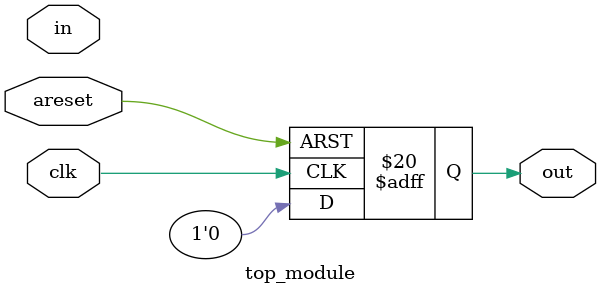
<source format=sv>
module top_module (
  input clk,
  input in,
  input areset,
  output reg out
);

  // Define states
  typedef enum logic [1:0] {
    A, B, C, D
  } state_t;

  reg state, next_state;

  always @(posedge clk or posedge areset) begin
    if (areset) begin
      state <= A;
      next_state <= A;
      out <= 0;
    end else begin
      state <= next_state;
      case (state)
        A: begin
          if (in) begin
            next_state = B;
          end else begin
            next_state = A;
          end
        end
        B: begin
          if (in) begin
            next_state = C;
          end else begin
            next_state = B;
          end
        end
        C: begin
          if (in) begin
            next_state = D;
          end else begin
            next_state = A;
          end
        end
        D: begin
          if (in) begin
            next_state = B;
          end else begin
            next_state = C;
          end
        end
        default: next_state <= A;
      endcase
      if(state == D) begin
        out <= 1;
      end else begin
        out <= 0;
      end
    end
  end

endmodule

</source>
